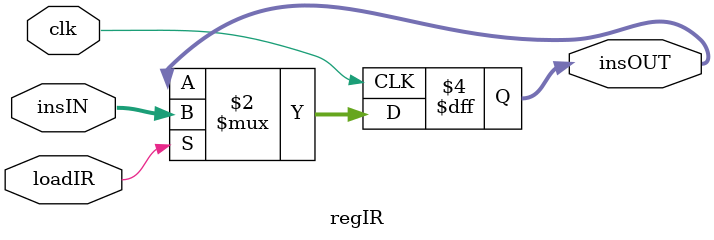
<source format=v>

module regIR
#(parameter insWidth=4)
(
input clk,
input loadIR,
input [insWidth-1:0] insIN,
output reg [insWidth-1:0] insOUT
);

always@(negedge clk)
begin
if(loadIR)
	insOUT<=insIN;
end
endmodule
</source>
